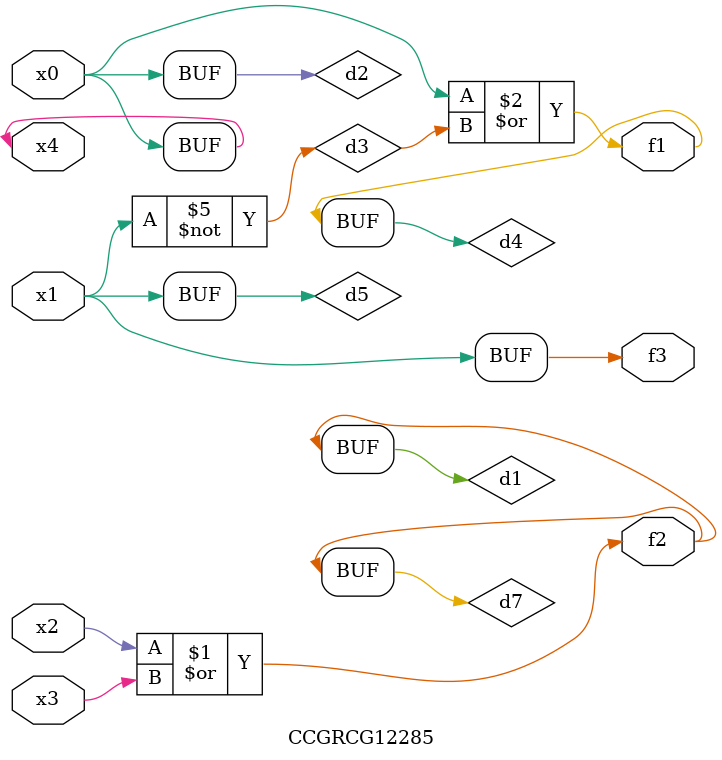
<source format=v>
module CCGRCG12285(
	input x0, x1, x2, x3, x4,
	output f1, f2, f3
);

	wire d1, d2, d3, d4, d5, d6, d7;

	or (d1, x2, x3);
	buf (d2, x0, x4);
	not (d3, x1);
	or (d4, d2, d3);
	not (d5, d3);
	nand (d6, d1, d3);
	or (d7, d1);
	assign f1 = d4;
	assign f2 = d7;
	assign f3 = d5;
endmodule

</source>
